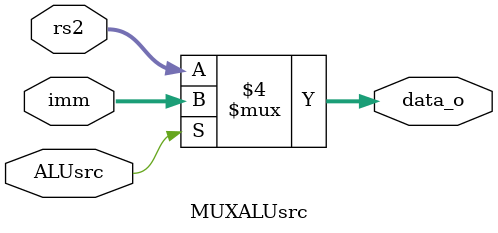
<source format=v>
module MUXALUsrc(rs2, imm, ALUsrc, data_o);

input [31:0] rs2;
input [31:0] imm;
input ALUsrc;
output reg [31:0] data_o;

always @ (rs2 or imm or ALUsrc)
begin
	if (ALUsrc == 1) begin
		data_o <= imm;
	end
	else begin
		data_o <= rs2;
	end
end
endmodule
</source>
